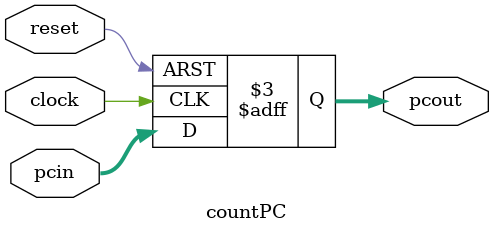
<source format=v>
module countPC (pcin, reset, clock, pcout); 
	input [4:0] pcin; 
	input reset, clock; 
	output reg [4:0] pcout; 
	//wire [4:0] soma;
	
	initial begin
       pcout = 5'b0;  //pc = 0
   end

		
	always@(posedge clock or posedge reset)	//clock de borda de subida
	begin
		if(reset) begin //caso reset seja 1, reinicia PC para 0
			pcout	<= 5'b0;
		end
		
		else begin		//caso reset esteja desligado, PC le a proxima instrução
			pcout <= pcin;		
		end
	end

endmodule

</source>
